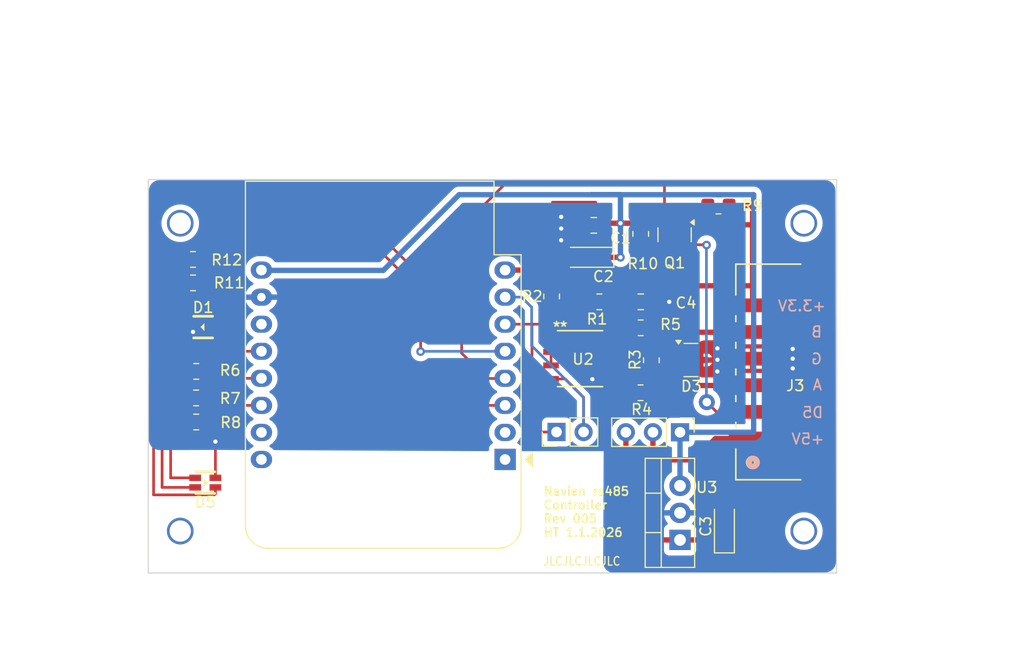
<source format=kicad_pcb>
(kicad_pcb (version 20240108) (generator "pcbnew") (generator_version "8.0")
  (layers (0 "F.Cu" signal) (31 "B.Cu" signal) (34 "B.Paste" user) (35 "F.Paste" user) (36 "B.SilkS" user "B.Silkscreen") (37 "F.SilkS" user "F.Silkscreen") (38 "B.Mask" user) (39 "F.Mask" user) (44 "Edge.Cuts" user))
  (net 0 "")
  (net 1 "+5V")
  (net 2 "GND")
  (net 3 "+3.3V")
  (net 4 "Net-(D3-A2)")
  (net 5 "Net-(D3-A1)")
  (net 6 "Net-(J1-Pin_2)")
  (net 7 "Net-(U2-*RE)")
  (net 8 "Net-(U2-B)")
  (net 9 "Net-(U2-A)")
  (net 12 "Net-(U1-SDA{slash}D2)")
  (net 13 "Net-(D1-R)")
  (net 14 "Net-(D5-R)")
  (net 15 "Net-(U1-D3)")
  (net 17 "Net-(D5-G)")
  (net 19 "/Reg Pin")
  (net 20 "Net-(Q1-D)")
  (net 21 "Net-(Q1-S)")
  (net 22 "Net-(D5-B)")
  (net 23 "Net-(U1-SCL{slash}D1)")
  (net 24 "Net-(U1-MISO{slash}D6)")
  (net 25 "Net-(U1-D0)")
  (net 27 "Net-(D1-G)")
  (net 29 "Net-(J2-Pin_1)")
  (net 30 "Net-(J2-Pin_2)")
  (footprint "Resistor_SMD:R_0805_2012Metric_Pad1.20x1.40mm_HandSolder" (layer "F.Cu") (at 119.4816 90.3224 90)
    (property "Reference" "R3" (at 0.0508 -1.529948 90) (layer "F.SilkS"))
    (property "Value" "120")
    (fp_line (start -0.227064 -0.735) (end 0.227064 -0.735) (stroke (width 0.12)) (layer "F.SilkS"))
    (fp_line (start -0.227064 0.735) (end 0.227064 0.735) (stroke (width 0.12)) (layer "F.SilkS"))
    (pad "1" smd roundrect (at -1 0 90) (size 1.2 1.4) (layers "F.Cu" "F.Paste" "F.Mask") (roundrect_rratio 0.208333) (net 4 "Net-(D3-A2)"))
    (pad "2" smd roundrect (at 1 0 90) (size 1.2 1.4) (layers "F.Cu" "F.Paste" "F.Mask") (roundrect_rratio 0.208333) (net 5 "Net-(D3-A1)"))
  )
  (footprint "Resistor_SMD:R_0805_2012Metric_Pad1.20x1.40mm_HandSolder" (layer "F.Cu") (at 118.482452 78.4552 90)
    (property "Reference" "R10" (at -2.8 0.2 0) (layer "F.SilkS"))
    (property "Value" "120")
    (fp_line (start -0.227064 -0.735) (end 0.227064 -0.735) (stroke (width 0.12)) (layer "F.SilkS"))
    (fp_line (start -0.227064 0.735) (end 0.227064 0.735) (stroke (width 0.12)) (layer "F.SilkS"))
    (pad "1" smd roundrect (at -1 0 90) (size 1.2 1.4) (layers "F.Cu" "F.Paste" "F.Mask") (roundrect_rratio 0.208333) (net 20 "Net-(Q1-D)"))
    (pad "2" smd roundrect (at 1 0 90) (size 1.2 1.4) (layers "F.Cu" "F.Paste" "F.Mask") (roundrect_rratio 0.208333) (net 1 "+5V"))
  )
  (footprint "S6B_XH_SM4_TB:CONN_S6B-XH-SM4-TB_JST" (layer "F.Cu") (at 132.533601 91.417049 90)
    (property "Reference" "J3" (at -1.292951 0.454851 0) (layer "F.SilkS"))
    (property "Value" "S6B-XH-SM4-TB")
    (fp_circle (center -8.5 -3.5) (end -8.119 -3.5) (stroke (width 0.508)) (fill none) (layer "B.SilkS"))
    (fp_line (start 10.1219 -5.1308) (end 7.23044 -5.1308) (stroke (width 0.1524)) (layer "F.SilkS"))
    (fp_line (start 5.26956 -5.1308) (end 4.73044 -5.1308) (stroke (width 0.1524)) (layer "F.SilkS"))
    (fp_line (start 2.76956 -5.1308) (end 2.23044 -5.1308) (stroke (width 0.1524)) (layer "F.SilkS"))
    (fp_line (start 0.26956 -5.1308) (end -0.26956 -5.1308) (stroke (width 0.1524)) (layer "F.SilkS"))
    (fp_line (start -2.23044 -5.1308) (end -2.76956 -5.1308) (stroke (width 0.1524)) (layer "F.SilkS"))
    (fp_line (start -4.73044 -5.1308) (end -5.26956 -5.1308) (stroke (width 0.1524)) (layer "F.SilkS"))
    (fp_line (start -7.23044 -5.1308) (end -10.1219 -5.1308) (stroke (width 0.1524)) (layer "F.SilkS"))
    (fp_line (start -10.1219 -5.1308) (end -10.1219 0.957659) (stroke (width 0.1524)) (layer "F.SilkS"))
    (fp_line (start 10.1219 0.957659) (end 10.1219 -5.1308) (stroke (width 0.1524)) (layer "F.SilkS"))
    (fp_circle (center -8.5 -3.553801) (end -8.119 -3.553801) (stroke (width 0.508)) (fill none) (layer "F.SilkS"))
    (pad "1" smd rect (at -6.25 -3.553801 90) (size 1.2954 4.4958) (layers "F.Cu" "F.Paste" "F.Mask") (net 6 "Net-(J1-Pin_2)"))
    (pad "2" smd rect (at -3.75 -3.553801 90) (size 1.2954 4.4958) (layers "F.Cu" "F.Paste" "F.Mask") (net 20 "Net-(Q1-D)"))
    (pad "3" smd rect (at -1.25 -3.553801 90) (size 1.2954 4.4958) (layers "F.Cu" "F.Paste" "F.Mask") (net 4 "Net-(D3-A2)"))
    (pad "4" smd rect (at 1.25 -3.553801 90) (size 1.2954 4.4958) (layers "F.Cu" "F.Paste" "F.Mask") (net 2 "GND"))
    (pad "5" smd rect (at 3.75 -3.553801 90) (size 1.2954 4.4958) (layers "F.Cu" "F.Paste" "F.Mask") (net 5 "Net-(D3-A1)"))
    (pad "6" smd rect (at 6.25 -3.553801 90) (size 1.2954 4.4958) (layers "F.Cu" "F.Paste" "F.Mask") (net 3 "+3.3V"))
    (pad "7" smd rect (at -9.449999 2.645199 90) (size 1.8034 2.709601) (layers "F.Cu" "F.Paste" "F.Mask"))
    (pad "8" smd rect (at 9.425849 2.645199 90) (size 1.851698 2.709601) (layers "F.Cu" "F.Paste" "F.Mask"))
  )
  (footprint "LED_SMD:LED-ARRAY-SMD_4P-L1.6-W1.5-BL-FD" (layer "F.Cu") (at 77.632452 101.8052 180)
    (property "Reference" "D5" (at 0 -1.843 180) (layer "F.SilkS"))
    (property "Value" "LED_RKGB")
    (fp_line (start -0.889 1.016) (end 0.889 1.016) (stroke (width 0.254)) (layer "F.SilkS"))
    (fp_line (start -0.889 -1.016) (end 0.889 -1.016) (stroke (width 0.254)) (layer "F.SilkS"))
    (fp_poly (pts (xy 0.127 -0.381) (xy 0.127 0.381) (xy -0.254 0)) (fill solid) (layer "F.SilkS"))
    (pad "1" smd rect (at -0.95 0.45 90) (size 0.6 1.1) (layers "F.Cu" "F.Paste" "F.Mask") (net 2 "GND"))
    (pad "2" smd rect (at 0.95 0.45 90) (size 0.6 1.1) (layers "F.Cu" "F.Paste" "F.Mask") (net 22 "Net-(D5-B)"))
    (pad "3" smd rect (at 0.95 -0.45 90) (size 0.6 1.1) (layers "F.Cu" "F.Paste" "F.Mask") (net 17 "Net-(D5-G)"))
    (pad "4" smd rect (at -0.95 -0.45 90) (size 0.6 1.1) (layers "F.Cu" "F.Paste" "F.Mask") (net 14 "Net-(D5-R)"))
  )
  (footprint "Resistor_SMD:R_0805_2012Metric_Pad1.20x1.40mm_HandSolder" (layer "F.Cu") (at 76.782452 91.366)
    (property "Reference" "R6" (at 3.1844 -0.1016 0) (layer "F.SilkS"))
    (property "Value" "3k")
    (fp_line (start -0.227064 -0.735) (end 0.227064 -0.735) (stroke (width 0.12)) (layer "F.SilkS"))
    (fp_line (start -0.227064 0.735) (end 0.227064 0.735) (stroke (width 0.12)) (layer "F.SilkS"))
    (pad "1" smd roundrect (at -1 0) (size 1.2 1.4) (layers "F.Cu" "F.Paste" "F.Mask") (roundrect_rratio 0.208333) (net 14 "Net-(D5-R)"))
    (pad "2" smd roundrect (at 1 0) (size 1.2 1.4) (layers "F.Cu" "F.Paste" "F.Mask") (roundrect_rratio 0.208333) (net 15 "Net-(U1-D3)"))
  )
  (footprint "Capacitor_SMD:C_0805_2012Metric_Pad1.18x1.45mm_HandSolder" (layer "F.Cu") (at 118.4871 84.836)
    (property "Reference" "C4" (at 4.239752 0.1016 0) (layer "F.SilkS"))
    (property "Value" "0.1 uf")
    (fp_line (start -0.261252 -0.735) (end 0.261252 -0.735) (stroke (width 0.12)) (layer "F.SilkS"))
    (fp_line (start -0.261252 0.735) (end 0.261252 0.735) (stroke (width 0.12)) (layer "F.SilkS"))
    (pad "1" smd roundrect (at -1.0375 0) (size 1.175 1.45) (layers "F.Cu" "F.Paste" "F.Mask") (roundrect_rratio 0.212766) (net 3 "+3.3V"))
    (pad "2" smd roundrect (at 1.0375 0) (size 1.175 1.45) (layers "F.Cu" "F.Paste" "F.Mask") (roundrect_rratio 0.212766) (net 2 "GND"))
  )
  (footprint "THVD1406DR:SOIC_D0008A_TEX" (layer "F.Cu") (at 112.792 90.17)
    (property "Reference" "U2" (at 0.282852 0.0508 0) (layer "F.SilkS"))
    (property "Value" "THVD1406DR")
    (fp_line (start -2.1209 2.6289) (end 2.1209 2.6289) (stroke (width 0.1524)) (layer "F.SilkS"))
    (fp_line (start 2.1209 -2.6289) (end -2.1209 -2.6289) (stroke (width 0.1524)) (layer "F.SilkS"))
    (fp_text user "*" (at -2.2004 -2.9464 0) (layer "F.SilkS"))
    (fp_text user "*" (at -1.54 -2.9464 0) (layer "F.SilkS"))
    (pad "1" smd rect (at -2.72415 -1.905) (size 1.4605 0.5588) (layers "F.Cu" "F.Paste" "F.Mask") (net 29 "Net-(J2-Pin_1)"))
    (pad "2" smd rect (at -2.72415 -0.635) (size 1.4605 0.5588) (layers "F.Cu" "F.Paste" "F.Mask") (net 7 "Net-(U2-*RE)"))
    (pad "3" smd rect (at -2.72415 0.635) (size 1.4605 0.5588) (layers "F.Cu" "F.Paste" "F.Mask") (net 7 "Net-(U2-*RE)"))
    (pad "4" smd rect (at -2.72415 1.905) (size 1.4605 0.5588) (layers "F.Cu" "F.Paste" "F.Mask") (net 30 "Net-(J2-Pin_2)"))
    (pad "5" smd rect (at 2.72415 1.905) (size 1.4605 0.5588) (layers "F.Cu" "F.Paste" "F.Mask") (net 2 "GND"))
    (pad "6" smd rect (at 2.72415 0.635) (size 1.4605 0.5588) (layers "F.Cu" "F.Paste" "F.Mask") (net 9 "Net-(U2-A)"))
    (pad "7" smd rect (at 2.72415 -0.635) (size 1.4605 0.5588) (layers "F.Cu" "F.Paste" "F.Mask") (net 8 "Net-(U2-B)"))
    (pad "8" smd rect (at 2.72415 -1.905) (size 1.4605 0.5588) (layers "F.Cu" "F.Paste" "F.Mask") (net 3 "+3.3V"))
  )
  (footprint "Resistor_SMD:R_0805_2012Metric_Pad1.20x1.40mm_HandSolder" (layer "F.Cu") (at 76.482452 83.0552)
    (property "Reference" "R11" (at 3.4 0 0) (layer "F.SilkS"))
    (property "Value" "3K")
    (fp_line (start -0.227064 -0.735) (end 0.227064 -0.735) (stroke (width 0.12)) (layer "F.SilkS"))
    (fp_line (start -0.227064 0.735) (end 0.227064 0.735) (stroke (width 0.12)) (layer "F.SilkS"))
    (pad "1" smd roundrect (at -1 0) (size 1.2 1.4) (layers "F.Cu" "F.Paste" "F.Mask") (roundrect_rratio 0.208333) (net 27 "Net-(D1-G)"))
    (pad "2" smd roundrect (at 1 0) (size 1.2 1.4) (layers "F.Cu" "F.Paste" "F.Mask") (roundrect_rratio 0.208333) (net 25 "Net-(U1-D0)"))
  )
  (footprint "Connector_PinHeader_2.54mm:PinHeader_1x03_P2.54mm_Vertical" (layer "F.Cu") (at 122.168052 97.0788 -90)
    (property "Reference" "J1" (hide yes))
    (property "Value" "Conn_01x03_MountingPin")
    (fp_line (start -1.33 6.41) (end 1.33 6.41) (stroke (width 0.12)) (layer "F.SilkS"))
    (fp_line (start -1.33 1.27) (end -1.33 6.41) (stroke (width 0.12)) (layer "F.SilkS"))
    (fp_line (start -1.33 1.27) (end 1.33 1.27) (stroke (width 0.12)) (layer "F.SilkS"))
    (fp_line (start 1.33 1.27) (end 1.33 6.41) (stroke (width 0.12)) (layer "F.SilkS"))
    (fp_line (start -1.33 0) (end -1.33 -1.33) (stroke (width 0.12)) (layer "F.SilkS"))
    (fp_line (start -1.33 -1.33) (end 0 -1.33) (stroke (width 0.12)) (layer "F.SilkS"))
    (pad "1" thru_hole rect (at 0 0 270) (size 1.7 1.7) (drill 1) (layers "*.Cu" "*.Mask") (net 1 "+5V"))
    (pad "2" thru_hole oval (at 0 2.54 270) (size 1.7 1.7) (drill 1) (layers "*.Cu" "*.Mask") (net 6 "Net-(J1-Pin_2)"))
    (pad "3" thru_hole oval (at 0 5.08 270) (size 1.7 1.7) (drill 1) (layers "*.Cu" "*.Mask") (net 19 "/Reg Pin"))
  )
  (footprint "Module:WEMOS_D1_mini_light" (layer "F.Cu") (at 105.759652 99.6352 180)
    (property "Reference" "U1" (hide yes))
    (property "Value" "WeMos_D1_mini")
    (fp_line (start 24.36 26.12) (end 24.36 -6.21) (stroke (width 0.12)) (layer "F.SilkS"))
    (fp_line (start 22.24 -8.34) (end 0.63 -8.34) (stroke (width 0.12)) (layer "F.SilkS"))
    (fp_line (start 1.04 26.12) (end 24.36 26.12) (stroke (width 0.12)) (layer "F.SilkS"))
    (fp_line (start 1.04 19.22) (end 1.04 26.12) (stroke (width 0.12)) (layer "F.SilkS"))
    (fp_line (start -1.5 19.22) (end 1.04 19.22) (stroke (width 0.12)) (layer "F.SilkS"))
    (fp_line (start -1.5 19.22) (end -1.5 -6.21) (stroke (width 0.12)) (layer "F.SilkS"))
    (fp_arc (start 22.23 -8.34) (mid 23.736137 -7.716137) (end 24.36 -6.21) (stroke (width 0.12)) (layer "F.SilkS"))
    (fp_arc (start -1.5 -6.21) (mid -0.876137 -7.716137) (end 0.63 -8.34) (stroke (width 0.12)) (layer "F.SilkS"))
    (fp_poly (pts (xy -2.54 -0.635) (xy -2.54 0.635) (xy -1.905 0)) (stroke (width 0.15)) (fill solid) (layer "F.SilkS"))
    (pad "1" thru_hole rect (at 0 0 180) (size 2 2) (drill 1) (layers "*.Cu" "*.Mask"))
    (pad "2" thru_hole oval (at 0 2.54 180) (size 2 1.6) (drill 1) (layers "*.Cu" "*.Mask"))
    (pad "3" thru_hole oval (at 0 5.08 180) (size 2 1.6) (drill 1) (layers "*.Cu" "*.Mask") (net 25 "Net-(U1-D0)"))
    (pad "4" thru_hole oval (at 0 7.62 180) (size 2 1.6) (drill 1) (layers "*.Cu" "*.Mask") (net 21 "Net-(Q1-S)"))
    (pad "5" thru_hole oval (at 0 10.16 180) (size 2 1.6) (drill 1) (layers "*.Cu" "*.Mask") (net 24 "Net-(U1-MISO{slash}D6)"))
    (pad "6" thru_hole oval (at 0 12.7 180) (size 2 1.6) (drill 1) (layers "*.Cu" "*.Mask") (net 29 "Net-(J2-Pin_1)"))
    (pad "7" thru_hole oval (at 0 15.24 180) (size 2 1.6) (drill 1) (layers "*.Cu" "*.Mask") (net 30 "Net-(J2-Pin_2)"))
    (pad "8" thru_hole oval (at 0 17.78 180) (size 2 1.6) (drill 1) (layers "*.Cu" "*.Mask") (net 3 "+3.3V"))
    (pad "9" thru_hole oval (at 22.86 17.78 180) (size 2 1.6) (drill 1) (layers "*.Cu" "*.Mask") (net 1 "+5V"))
    (pad "10" thru_hole oval (at 22.86 15.24 180) (size 2 1.6) (drill 0.8) (layers "*.Cu" "*.Mask") (net 2 "GND") (clearance 0.2))
    (pad "11" thru_hole oval (at 22.86 12.7 180) (size 2 1.6) (drill 1) (layers "*.Cu" "*.Mask"))
    (pad "12" thru_hole oval (at 22.86 10.16 180) (size 2 1.6) (drill 1) (layers "*.Cu" "*.Mask") (net 15 "Net-(U1-D3)"))
    (pad "13" thru_hole oval (at 22.86 7.62 180) (size 2 1.6) (drill 1) (layers "*.Cu" "*.Mask") (net 12 "Net-(U1-SDA{slash}D2)"))
    (pad "14" thru_hole oval (at 22.86 5.08 180) (size 2 1.6) (drill 1) (layers "*.Cu" "*.Mask") (net 23 "Net-(U1-SCL{slash}D1)"))
    (pad "15" thru_hole oval (at 22.86 2.54 180) (size 2 1.6) (drill 1) (layers "*.Cu" "*.Mask"))
    (pad "16" thru_hole oval (at 22.86 0 180) (size 2 1.6) (drill 1) (layers "*.Cu" "*.Mask"))
  )
  (footprint "Capacitor_Tantalum_SMD:CP_EIA-3216-18_Kemet-A_Pad1.58x1.35mm_HandSolder" (layer "F.Cu") (at 126.333652 105.918 90)
    (property "Reference" "C3" (at 0 -1.75 90) (layer "F.SilkS"))
    (property "Value" "47uf")
    (fp_line (start 1.6 -0.935) (end -2.485 -0.935) (stroke (width 0.12)) (layer "F.SilkS"))
    (fp_line (start -2.485 -0.935) (end -2.485 0.935) (stroke (width 0.12)) (layer "F.SilkS"))
    (fp_line (start -2.485 0.935) (end 1.6 0.935) (stroke (width 0.12)) (layer "F.SilkS"))
    (pad "1" smd roundrect (at -1.4375 0 90) (size 1.575 1.35) (layers "F.Cu" "F.Paste" "F.Mask") (roundrect_rratio 0.185185) (net 19 "/Reg Pin"))
    (pad "2" smd roundrect (at 1.4375 0 90) (size 1.575 1.35) (layers "F.Cu" "F.Paste" "F.Mask") (roundrect_rratio 0.185185) (net 2 "GND"))
  )
  (footprint "MountingHole:MountingHole_2.2mm_M2" (layer "F.Cu") (at 133.782452 106.3552)
    (property "Reference" "REF3" (hide yes))
    (property "Value" "MountingHole_2.2mm_M2" (hide yes))
    (pad "3" thru_hole circle (at 0 0) (size 2.5 2.5) (drill 2) (layers "*.Cu" "*.Mask"))
  )
  (footprint "LED_SMD:LED-ARRAY-SMD_4P-L1.6-W1.5-BL-FD" (layer "F.Cu") (at 77.432452 87.2052)
    (property "Reference" "D1" (at 0 -1.843 0) (layer "F.SilkS"))
    (property "Value" "LED_RKGB")
    (fp_line (start -0.889 -1.016) (end 0.889 -1.016) (stroke (width 0.254)) (layer "F.SilkS"))
    (fp_line (start -0.889 1.016) (end 0.889 1.016) (stroke (width 0.254)) (layer "F.SilkS"))
    (fp_poly (pts (xy 0.127 -0.381) (xy 0.127 0.381) (xy -0.254 0)) (fill solid) (layer "F.SilkS"))
    (pad "1" smd rect (at -0.95 0.45 270) (size 0.6 1.1) (layers "F.Cu" "F.Paste" "F.Mask") (net 2 "GND"))
    (pad "2" smd rect (at 0.95 0.45 270) (size 0.6 1.1) (layers "F.Cu" "F.Paste" "F.Mask"))
    (pad "3" smd rect (at 0.95 -0.45 270) (size 0.6 1.1) (layers "F.Cu" "F.Paste" "F.Mask") (net 27 "Net-(D1-G)"))
    (pad "4" smd rect (at -0.95 -0.45 270) (size 0.6 1.1) (layers "F.Cu" "F.Paste" "F.Mask") (net 13 "Net-(D1-R)"))
  )
  (footprint "Resistor_SMD:R_0805_2012Metric_Pad1.20x1.40mm_HandSolder" (layer "F.Cu") (at 76.766452 93.8552)
    (property "Reference" "R7" (at 3.2004 0.0508 0) (layer "F.SilkS"))
    (property "Value" "3k")
    (fp_line (start -0.227064 -0.735) (end 0.227064 -0.735) (stroke (width 0.12)) (layer "F.SilkS"))
    (fp_line (start -0.227064 0.735) (end 0.227064 0.735) (stroke (width 0.12)) (layer "F.SilkS"))
    (pad "1" smd roundrect (at -1 0) (size 1.2 1.4) (layers "F.Cu" "F.Paste" "F.Mask") (roundrect_rratio 0.208333) (net 17 "Net-(D5-G)"))
    (pad "2" smd roundrect (at 1 0) (size 1.2 1.4) (layers "F.Cu" "F.Paste" "F.Mask") (roundrect_rratio 0.208333) (net 12 "Net-(U1-SDA{slash}D2)"))
  )
  (footprint "Resistor_SMD:R_0805_2012Metric_Pad1.20x1.40mm_HandSolder" (layer "F.Cu") (at 76.782452 96.116)
    (property "Reference" "R8" (at 3.2352 0.0508 0) (layer "F.SilkS"))
    (property "Value" "2k")
    (fp_line (start -0.227064 -0.735) (end 0.227064 -0.735) (stroke (width 0.12)) (layer "F.SilkS"))
    (fp_line (start -0.227064 0.735) (end 0.227064 0.735) (stroke (width 0.12)) (layer "F.SilkS"))
    (pad "1" smd roundrect (at -1 0) (size 1.2 1.4) (layers "F.Cu" "F.Paste" "F.Mask") (roundrect_rratio 0.208333) (net 22 "Net-(D5-B)"))
    (pad "2" smd roundrect (at 1 0) (size 1.2 1.4) (layers "F.Cu" "F.Paste" "F.Mask") (roundrect_rratio 0.208333) (net 23 "Net-(U1-SCL{slash}D1)"))
  )
  (footprint "MountingHole:MountingHole_2.2mm_M2" (layer "F.Cu") (at 75.2856 77.4552)
    (property "Reference" "REF1" (hide yes))
    (property "Value" "MountingHole_2.2mm_M2")
    (pad "1" thru_hole circle (at 0 0) (size 2.5 2.5) (drill 2) (layers "*.Cu" "*.Mask"))
  )
  (footprint "Capacitor_Tantalum_SMD:CP_EIA-3216-18_Kemet-A_Pad1.58x1.35mm_HandSolder" (layer "F.Cu") (at 113.482452 80.6552 180)
    (property "Reference" "C2" (at -1.5 -1.8 0) (layer "F.SilkS"))
    (property "Value" "47uf")
    (fp_line (start 1.6 -0.935) (end -2.485 -0.935) (stroke (width 0.12)) (layer "F.SilkS"))
    (fp_line (start -2.485 0.935) (end 1.6 0.935) (stroke (width 0.12)) (layer "F.SilkS"))
    (fp_line (start -2.485 -0.935) (end -2.485 0.935) (stroke (width 0.12)) (layer "F.SilkS"))
    (pad "1" smd roundrect (at -1.4375 0 180) (size 1.575 1.35) (layers "F.Cu" "F.Paste" "F.Mask") (roundrect_rratio 0.185185) (net 1 "+5V"))
    (pad "2" smd roundrect (at 1.4375 0 180) (size 1.575 1.35) (layers "F.Cu" "F.Paste" "F.Mask") (roundrect_rratio 0.185185) (net 2 "GND"))
  )
  (footprint "Capacitor_SMD:C_0805_2012Metric_Pad1.18x1.45mm_HandSolder" (layer "F.Cu") (at 114.082452 77.6552 180)
    (property "Reference" "C1" (at -2.5 -1.2 0) (layer "F.SilkS"))
    (property "Value" "0.1 uf")
    (fp_line (start -0.261252 0.735) (end 0.261252 0.735) (stroke (width 0.12)) (layer "F.SilkS"))
    (fp_line (start -0.261252 -0.735) (end 0.261252 -0.735) (stroke (width 0.12)) (layer "F.SilkS"))
    (pad "1" smd roundrect (at -1.0375 0 180) (size 1.175 1.45) (layers "F.Cu" "F.Paste" "F.Mask") (roundrect_rratio 0.212766) (net 1 "+5V"))
    (pad "2" smd roundrect (at 1.0375 0 180) (size 1.175 1.45) (layers "F.Cu" "F.Paste" "F.Mask") (roundrect_rratio 0.212766) (net 2 "GND"))
  )
  (footprint "Connector_PinHeader_2.54mm:PinHeader_1x02_P2.54mm_Vertical" (layer "F.Cu") (at 110.582452 97.0552 90)
    (property "Reference" "J2" (hide yes))
    (property "Value" "Conn_01x02")
    (fp_line (start -1.33 -1.33) (end 0 -1.33) (stroke (width 0.12)) (layer "F.SilkS"))
    (fp_line (start -1.33 0) (end -1.33 -1.33) (stroke (width 0.12)) (layer "F.SilkS"))
    (fp_line (start 1.33 1.27) (end 1.33 3.87) (stroke (width 0.12)) (layer "F.SilkS"))
    (fp_line (start -1.33 1.27) (end 1.33 1.27) (stroke (width 0.12)) (layer "F.SilkS"))
    (fp_line (start -1.33 1.27) (end -1.33 3.87) (stroke (width 0.12)) (layer "F.SilkS"))
    (fp_line (start -1.33 3.87) (end 1.33 3.87) (stroke (width 0.12)) (layer "F.SilkS"))
    (pad "1" thru_hole rect (at 0 0 90) (size 1.7 1.7) (drill 1) (layers "*.Cu" "*.Mask") (net 29 "Net-(J2-Pin_1)"))
    (pad "2" thru_hole oval (at 0 2.54 90) (size 1.7 1.7) (drill 1) (layers "*.Cu" "*.Mask") (net 30 "Net-(J2-Pin_2)"))
  )
  (footprint "Resistor_SMD:R_0805_2012Metric_Pad1.20x1.40mm_HandSolder" (layer "F.Cu") (at 118.4816 87.2744 180)
    (property "Reference" "R5" (at -2.800852 0.3192 0) (layer "F.SilkS"))
    (property "Value" "10")
    (fp_line (start -0.227064 0.735) (end 0.227064 0.735) (stroke (width 0.12)) (layer "F.SilkS"))
    (fp_line (start -0.227064 -0.735) (end 0.227064 -0.735) (stroke (width 0.12)) (layer "F.SilkS"))
    (pad "1" smd roundrect (at -1 0 180) (size 1.2 1.4) (layers "F.Cu" "F.Paste" "F.Mask") (roundrect_rratio 0.208333) (net 5 "Net-(D3-A1)"))
    (pad "2" smd roundrect (at 1 0 180) (size 1.2 1.4) (layers "F.Cu" "F.Paste" "F.Mask") (roundrect_rratio 0.208333) (net 8 "Net-(U2-B)"))
  )
  (footprint "MountingHole:MountingHole_2.2mm_M2" (layer "F.Cu") (at 75.2856 106.3552)
    (property "Reference" "REF4" (hide yes))
    (property "Value" "MountingHole_2.2mm_M2")
    (pad "2" thru_hole circle (at 0 0) (size 2.5 2.5) (drill 2) (layers "*.Cu" "*.Mask"))
  )
  (footprint "Resistor_SMD:R_0805_2012Metric_Pad1.20x1.40mm_HandSolder" (layer "F.Cu") (at 114.598852 84.836 180)
    (property "Reference" "R1" (at 0.2164 -1.6192 0) (layer "F.SilkS"))
    (property "Value" "10k")
    (fp_line (start -0.227064 0.735) (end 0.227064 0.735) (stroke (width 0.12)) (layer "F.SilkS"))
    (fp_line (start -0.227064 -0.735) (end 0.227064 -0.735) (stroke (width 0.12)) (layer "F.SilkS"))
    (pad "1" smd roundrect (at -1 0 180) (size 1.2 1.4) (layers "F.Cu" "F.Paste" "F.Mask") (roundrect_rratio 0.208333) (net 3 "+3.3V"))
    (pad "2" smd roundrect (at 1 0 180) (size 1.2 1.4) (layers "F.Cu" "F.Paste" "F.Mask") (roundrect_rratio 0.208333) (net 7 "Net-(U2-*RE)"))
  )
  (footprint "Resistor_SMD:R_0805_2012Metric_Pad1.20x1.40mm_HandSolder" (layer "F.Cu") (at 118.4656 93.3704 180)
    (property "Reference" "R4" (at -0.095652 -1.5748 0) (layer "F.SilkS"))
    (property "Value" "10")
    (fp_line (start -0.227064 0.735) (end 0.227064 0.735) (stroke (width 0.12)) (layer "F.SilkS"))
    (fp_line (start -0.227064 -0.735) (end 0.227064 -0.735) (stroke (width 0.12)) (layer "F.SilkS"))
    (pad "1" smd roundrect (at -1 0 180) (size 1.2 1.4) (layers "F.Cu" "F.Paste" "F.Mask") (roundrect_rratio 0.208333) (net 4 "Net-(D3-A2)"))
    (pad "2" smd roundrect (at 1 0 180) (size 1.2 1.4) (layers "F.Cu" "F.Paste" "F.Mask") (roundrect_rratio 0.208333) (net 9 "Net-(U2-A)"))
  )
  (footprint "Package_TO_SOT_THT:TO-220-3_Vertical" (layer "F.Cu") (at 122.168052 107.188 90)
    (property "Reference" "U3" (at 4.9328 2.5144 0) (layer "F.SilkS"))
    (property "Value" "LM7805_TO220")
    (fp_line (start 7.66 -3.27) (end 7.66 1.371) (stroke (width 0.12)) (layer "F.SilkS"))
    (fp_line (start 4.391 -3.27) (end 4.391 -1.76) (stroke (width 0.12)) (layer "F.SilkS"))
    (fp_line (start 0.69 -3.27) (end 0.69 -1.76) (stroke (width 0.12)) (layer "F.SilkS"))
    (fp_line (start -2.58 -3.27) (end 7.66 -3.27) (stroke (width 0.12)) (layer "F.SilkS"))
    (fp_line (start -2.58 -3.27) (end -2.58 1.371) (stroke (width 0.12)) (layer "F.SilkS"))
    (fp_line (start -2.58 -1.76) (end 7.66 -1.76) (stroke (width 0.12)) (layer "F.SilkS"))
    (fp_line (start -2.58 1.371) (end 7.66 1.371) (stroke (width 0.12)) (layer "F.SilkS"))
    (pad "1" thru_hole rect (at 0 0 90) (size 1.905 2) (drill 1.1) (layers "*.Cu" "*.Mask") (net 19 "/Reg Pin"))
    (pad "2" thru_hole oval (at 2.54 0 90) (size 1.905 2) (drill 1.1) (layers "*.Cu" "*.Mask") (net 2 "GND"))
    (pad "3" thru_hole oval (at 5.08 0 90) (size 1.905 2) (drill 1.1) (layers "*.Cu" "*.Mask") (net 1 "+5V"))
  )
  (footprint "Package_TO_SOT_SMD:SOT-23" (layer "F.Cu") (at 123.19 90.297)
    (property "Reference" "D3" (at 0.044852 2.4638 0) (layer "F.SilkS"))
    (property "Value" "PSM712-LF-T7")
    (fp_line (start 0 -1.56) (end -0.65 -1.56) (stroke (width 0.12)) (layer "F.SilkS"))
    (fp_line (start 0 -1.56) (end 0.65 -1.56) (stroke (width 0.12)) (layer "F.SilkS"))
    (fp_line (start 0 1.56) (end -0.65 1.56) (stroke (width 0.12)) (layer "F.SilkS"))
    (fp_line (start 0 1.56) (end 0.65 1.56) (stroke (width 0.12)) (layer "F.SilkS"))
    (fp_poly (pts (xy -1.1625 -1.51) (xy -1.4025 -1.84) (xy -0.9225 -1.84) (xy -1.1625 -1.51)) (stroke (width 0.12)) (fill solid) (layer "F.SilkS"))
    (pad "1" smd roundrect (at -0.9375 -0.95) (size 1.475 0.6) (layers "F.Cu" "F.Paste" "F.Mask") (net 5 "Net-(D3-A1)"))
    (pad "2" smd roundrect (at -0.9375 0.95) (size 1.475 0.6) (layers "F.Cu" "F.Paste" "F.Mask") (net 4 "Net-(D3-A2)"))
    (pad "3" smd roundrect (at 0.9375 0) (size 1.475 0.6) (layers "F.Cu" "F.Paste" "F.Mask") (net 2 "GND"))
  )
  (footprint "Resistor_SMD:R_0805_2012Metric_Pad1.20x1.40mm_HandSolder" (layer "F.Cu") (at 125.774852 75.8444)
    (property "Reference" "R9" (at 3.1844 -0.0508 0) (layer "F.SilkS"))
    (property "Value" "10k")
    (fp_line (start -0.227064 -0.735) (end 0.227064 -0.735) (stroke (width 0.12)) (layer "F.SilkS"))
    (fp_line (start -0.227064 0.735) (end 0.227064 0.735) (stroke (width 0.12)) (layer "F.SilkS"))
    (pad "1" smd roundrect (at -1 0) (size 1.2 1.4) (layers "F.Cu" "F.Paste" "F.Mask") (roundrect_rratio 0.208333) (net 21 "Net-(Q1-S)"))
    (pad "2" smd roundrect (at 1 0) (size 1.2 1.4) (layers "F.Cu" "F.Paste" "F.Mask") (roundrect_rratio 0.208333) (net 3 "+3.3V"))
  )
  (footprint "MountingHole:MountingHole_2.2mm_M2" (layer "F.Cu") (at 133.782452 77.4552)
    (property "Reference" "REF2" (hide yes))
    (property "Value" "MountingHole_2.2mm_M2")
    (pad "4" thru_hole circle (at 0 0) (size 2.5 2.5) (drill 2) (layers "*.Cu" "*.Mask"))
  )
  (footprint "Package_TO_SOT_SMD:SOT-23" (layer "F.Cu") (at 121.660052 78.5368 -90)
    (property "Reference" "Q1" (at 2.6416 0 0) (layer "F.SilkS"))
    (property "Value" "2n7002")
    (fp_line (start 0 1.56) (end -0.65 1.56) (stroke (width 0.12)) (layer "F.SilkS"))
    (fp_line (start 0 1.56) (end 0.65 1.56) (stroke (width 0.12)) (layer "F.SilkS"))
    (fp_line (start 0 -1.56) (end -0.65 -1.56) (stroke (width 0.12)) (layer "F.SilkS"))
    (fp_line (start 0 -1.56) (end 0.65 -1.56) (stroke (width 0.12)) (layer "F.SilkS"))
    (fp_poly (pts (xy -1.1625 -1.51) (xy -1.4025 -1.84) (xy -0.9225 -1.84) (xy -1.1625 -1.51)) (stroke (width 0.12)) (fill solid) (layer "F.SilkS"))
    (pad "1" smd roundrect (at -0.9375 -0.95 270) (size 1.475 0.6) (layers "F.Cu" "F.Paste" "F.Mask") (net 3 "+3.3V"))
    (pad "2" smd roundrect (at -0.9375 0.95 270) (size 1.475 0.6) (layers "F.Cu" "F.Paste" "F.Mask") (net 21 "Net-(Q1-S)"))
    (pad "3" smd roundrect (at 0.9375 0 270) (size 1.475 0.6) (layers "F.Cu" "F.Paste" "F.Mask") (net 20 "Net-(Q1-D)"))
  )
  (footprint "Resistor_SMD:R_0805_2012Metric_Pad1.20x1.40mm_HandSolder" (layer "F.Cu") (at 76.482452 80.8552)
    (property "Reference" "R12" (at 3.1684 0.0508 0) (layer "F.SilkS"))
    (property "Value" "3K")
    (fp_line (start -0.227064 -0.735) (end 0.227064 -0.735) (stroke (width 0.12)) (layer "F.SilkS"))
    (fp_line (start -0.227064 0.735) (end 0.227064 0.735) (stroke (width 0.12)) (layer "F.SilkS"))
    (pad "1" smd roundrect (at -1 0) (size 1.2 1.4) (layers "F.Cu" "F.Paste" "F.Mask") (roundrect_rratio 0.208333) (net 13 "Net-(D1-R)"))
    (pad "2" smd roundrect (at 1 0) (size 1.2 1.4) (layers "F.Cu" "F.Paste" "F.Mask") (roundrect_rratio 0.208333) (net 24 "Net-(U1-MISO{slash}D6)"))
  )
  (footprint "Resistor_SMD:R_0805_2012Metric_Pad1.20x1.40mm_HandSolder" (layer "F.Cu") (at 110.125 84.328 -90)
    (property "Reference" "R2" (at 0 1.825348 0) (layer "F.SilkS"))
    (property "Value" "10k")
    (fp_line (start -0.227064 0.735) (end 0.227064 0.735) (stroke (width 0.12)) (layer "F.SilkS"))
    (fp_line (start -0.227064 -0.735) (end 0.227064 -0.735) (stroke (width 0.12)) (layer "F.SilkS"))
    (pad "1" smd roundrect (at -1 0 270) (size 1.2 1.4) (layers "F.Cu" "F.Paste" "F.Mask") (roundrect_rratio 0.208333) (net 3 "+3.3V"))
    (pad "2" smd roundrect (at 1 0 270) (size 1.2 1.4) (layers "F.Cu" "F.Paste" "F.Mask") (roundrect_rratio 0.208333) (net 29 "Net-(J2-Pin_1)"))
  )
  (gr_rect (start 72.282452 73.3552) (end 136.861147 110.2868) (stroke (width 0.1)) (fill none) (layer "Edge.Cuts"))
  (gr_text "+5V" (at 135.782452 98.298 0) (layer "B.SilkS") (effects (font (size 1 1)) (justify left bottom mirror)))
  (gr_text "+3.3V" (at 135.934852 85.8012 0) (layer "B.SilkS") (effects (font (size 1 1)) (justify left bottom mirror)))
  (gr_text "A" (at 135.579252 93.218 0) (layer "B.SilkS") (effects (font (size 1 1)) (justify left bottom mirror)))
  (gr_text "D5" (at 135.680852 95.8088 0) (layer "B.SilkS") (effects (font (size 1 1)) (justify left bottom mirror)))
  (gr_text "G" (at 135.579252 90.7796 0) (layer "B.SilkS") (effects (font (size 1 1)) (justify left bottom mirror)))
  (gr_text "B" (at 135.579252 88.2396 0) (layer "B.SilkS") (effects (font (size 1 1)) (justify left bottom mirror)))
  (gr_text "JLCJLCJLCJLC" (at 109.282452 109.6552 0) (layer "F.SilkS") (effects (font (size 0.8 0.7) (thickness 0.12) (bold yes)) (justify left bottom)))
  (gr_text "Navien rs485 \nController\nRev 005\nHT 1.1.2026" (at 109.282452 106.9552 0) (layer "F.SilkS") (effects (font (size 0.8 0.8)) (justify left bottom)))
  (segment (start 118.482452 77.4552) (end 114.982452 77.4552) (width 0.5) (layer "F.Cu") (net 1))
  (segment (start 116.582452 80.6552) (end 114.919952 80.6552) (width 0.5) (layer "F.Cu") (net 1))
  (segment (start 114.982452 77.4552) (end 114.982452 80.2552) (width 0.5) (layer "F.Cu") (net 1))
  (via (at 116.582452 80.6552) (size 0.8) (drill 0.4) (layers "F.Cu" "B.Cu") (net 1))
  (via (at 116.582452 77.4552) (size 0.8) (drill 0.4) (layers "F.Cu" "B.Cu") (net 1))
  (segment (start 116.582452 74.7776) (end 113.887652 74.7776) (width 0.5) (layer "B.Cu") (net 1))
  (segment (start 122.168052 97.0788) (end 129.076852 97.0788) (width 0.5) (layer "B.Cu") (net 1))
  (segment (start 116.582452 80.6552) (end 116.582452 74.7776) (width 0.5) (layer "B.Cu") (net 1))
  (segment (start 82.924652 81.8802) (end 94.339052 81.8802) (width 0.5) (layer "B.Cu") (net 1))
  (segment (start 122.168052 102.108) (end 122.168052 97.0788) (width 0.5) (layer "B.Cu") (net 1))
  (segment (start 129.076852 97.0788) (end 129.076852 74.7776) (width 0.5) (layer "B.Cu") (net 1))
  (segment (start 82.899652 81.8552) (end 82.924652 81.8802) (width 0.5) (layer "B.Cu") (net 1))
  (segment (start 129.076852 74.7776) (end 113.887652 74.7776) (width 0.5) (layer "B.Cu") (net 1))
  (segment (start 101.441652 74.7776) (end 113.887652 74.7776) (width 0.5) (layer "B.Cu") (net 1))
  (segment (start 94.339052 81.8802) (end 101.441652 74.7776) (width 0.5) (layer "B.Cu") (net 1))
  (segment (start 78.582452 97.9552) (end 78.582452 101.3552) (width 0.25) (layer "F.Cu") (net 2))
  (segment (start 113.9444 92.1004) (end 113.9698 92.075) (width 0.5) (layer "F.Cu") (net 2))
  (segment (start 124.301652 104.648) (end 124.555652 104.902) (width 0.5) (layer "F.Cu") (net 2))
  (segment (start 122.168052 104.648) (end 124.301652 104.648) (width 0.5) (layer "F.Cu") (net 2))
  (segment (start 124.555652 104.902) (end 126.181252 104.902) (width 0.5) (layer "F.Cu") (net 2))
  (segment (start 113.9698 92.075) (end 115.51615 92.075) (width 0.5) (layer "F.Cu") (net 2))
  (segment (start 121.158 84.836) (end 119.5246 84.836) (width 0.5) (layer "F.Cu") (net 2))
  (via blind (at 76.482452 87.6552) (size 0.8) (drill 0.4) (layers "F.Cu" "B.Cu") (net 2))
  (via blind (at 132.7404 89.2556) (size 0.8) (drill 0.4) (layers "F.Cu" "B.Cu") (net 2))
  (via blind (at 113.9444 92.1004) (size 0.8) (drill 0.4) (layers "F.Cu" "B.Cu") (net 2))
  (via blind (at 132.7404 90.17) (size 0.8) (drill 0.4) (layers "F.Cu" "B.Cu") (net 2))
  (via blind (at 125.6792 90.2716) (size 0.8) (drill 0.4) (layers "F.Cu" "B.Cu") (net 2))
  (via blind (at 125.670614 91.371569) (size 0.8) (drill 0.4) (layers "F.Cu" "B.Cu") (net 2))
  (via blind (at 121.158 84.836) (size 0.8) (drill 0.4) (layers "F.Cu" "B.Cu") (net 2))
  (via blind (at 111.019952 76.8552) (size 0.8) (drill 0.4) (layers "F.Cu" "B.Cu") (net 2))
  (via blind (at 111.019952 77.9552) (size 0.8) (drill 0.4) (layers "F.Cu" "B.Cu") (net 2))
  (via blind (at 125.673252 89.2048) (size 0.8) (drill 0.4) (layers "F.Cu" "B.Cu") (net 2))
  (via blind (at 111.019952 79.0552) (size 0.8) (drill 0.4) (layers "F.Cu" "B.Cu") (net 2))
  (via blind (at 78.582452 97.9552) (size 0.8) (drill 0.4) (layers "F.Cu" "B.Cu") (net 2))
  (via blind (at 132.7404 91.0844) (size 0.8) (drill 0.4) (layers "F.Cu" "B.Cu") (net 2))
  (segment (start 115.582452 83.328) (end 128.9638 83.328) (width 0.5) (layer "F.Cu") (net 3))
  (segment (start 128.975252 77.6224) (end 128.975252 83.307452) (width 0.5) (layer "F.Cu") (net 3))
  (segment (start 128.952152 77.5993) (end 128.975252 77.6224) (width 0.5) (layer "F.Cu") (net 3))
  (segment (start 128.975252 83.307452) (end 128.9798 83.312) (width 0.5) (layer "F.Cu") (net 3))
  (segment (start 115.586 88.19515) (end 115.51615 88.265) (width 0.5) (layer "F.Cu") (net 3))
  (segment (start 109.082452 81.8552) (end 110.125 82.897748) (width 0.5) (layer "F.Cu") (net 3))
  (segment (start 110.125 82.897748) (end 110.125 83.328) (width 0.5) (layer "F.Cu") (net 3))
  (segment (start 115.586 84.836) (end 115.586 88.19515) (width 0.5) (layer "F.Cu") (net 3))
  (segment (start 115.598852 84.836) (end 115.598852 83.3444) (width 0.5) (layer "F.Cu") (net 3))
  (segment (start 117.4496 84.836) (end 115.586 84.836) (width 0.5) (layer "F.Cu") (net 3))
  (segment (start 128.9638 83.328) (end 128.9798 83.312) (width 0.5) (layer "F.Cu") (net 3))
  (segment (start 127.232052 75.7936) (end 126.774852 76.2508) (width 0.5) (layer "F.Cu") (net 3))
  (segment (start 128.9798 85.167049) (end 128.9798 83.312) (width 0.5) (layer "F.Cu") (net 3))
  (segment (start 105.759652 81.8552) (end 109.082452 81.8552) (width 0.5) (layer "F.Cu") (net 3))
  (segment (start 110.125 83.328) (end 115.582452 83.328) (width 0.5) (layer "F.Cu") (net 3))
  (segment (start 115.598852 83.3444) (end 115.582452 83.328) (width 0.5) (layer "F.Cu") (net 3))
  (segment (start 128.975252 77.6224) (end 128.975252 75.7936) (width 0.5) (layer "F.Cu") (net 3))
  (segment (start 122.610052 77.5993) (end 128.952152 77.5993) (width 0.5) (layer "F.Cu") (net 3))
  (segment (start 128.975252 75.7936) (end 127.232052 75.7936) (width 0.5) (layer "F.Cu") (net 3))
  (segment (start 119.4816 91.3224) (end 119.4816 93.3544) (width 0.25) (layer "F.Cu") (net 4))
  (segment (start 122.2525 92.6469) (end 122.2956 92.69) (width 0.25) (layer "F.Cu") (net 4))
  (segment (start 122.2525 91.247) (end 122.2525 92.6469) (width 0.5) (layer "F.Cu") (net 4))
  (segment (start 122.2956 92.69) (end 128.399199 92.69) (width 0.5) (layer "F.Cu") (net 4))
  (segment (start 119.557 91.247) (end 122.2525 91.247) (width 0.5) (layer "F.Cu") (net 4))
  (segment (start 122.2248 89.347) (end 119.5062 89.347) (width 0.5) (layer "F.Cu") (net 5))
  (segment (start 122.2664 87.69) (end 122.2248 87.7316) (width 0.25) (layer "F.Cu") (net 5))
  (segment (start 122.2248 87.7316) (end 122.2248 89.347) (width 0.5) (layer "F.Cu") (net 5))
  (segment (start 119.4816 87.2744) (end 119.4816 89.3224) (width 0.25) (layer "F.Cu") (net 5))
  (segment (start 128.956849 87.69) (end 122.2664 87.69) (width 0.5) (layer "F.Cu") (net 5))
  (segment (start 119.628052 98.5012) (end 120.796452 99.6696) (width 0.5) (layer "F.Cu") (net 6))
  (segment (start 123.488852 99.6696) (end 125.491403 97.667049) (width 0.5) (layer "F.Cu") (net 6))
  (segment (start 120.796452 99.6696) (end 123.488852 99.6696) (width 0.5) (layer "F.Cu") (net 6))
  (segment (start 119.628052 97.0788) (end 119.628052 98.5012) (width 0.5) (layer "F.Cu") (net 6))
  (segment (start 125.491403 97.667049) (end 128.9798 97.667049) (width 0.5) (layer "F.Cu") (net 6))
  (segment (start 112.211252 84.836) (end 113.716452 84.836) (width 0.25) (layer "F.Cu") (net 7))
  (segment (start 110.06785 89.535) (end 110.06785 90.805) (width 0.25) (layer "F.Cu") (net 7))
  (segment (start 111.379 89.535) (end 112.211252 88.702748) (width 0.25) (layer "F.Cu") (net 7))
  (segment (start 112.211252 88.702748) (end 112.211252 84.836) (width 0.25) (layer "F.Cu") (net 7))
  (segment (start 110.06785 89.535) (end 111.379 89.535) (width 0.25) (layer "F.Cu") (net 7))
  (segment (start 115.51615 89.535) (end 116.5058 89.535) (width 0.25) (layer "F.Cu") (net 8))
  (segment (start 117.4816 88.5592) (end 117.4816 87.2744) (width 0.25) (layer "F.Cu") (net 8))
  (segment (start 116.5058 89.535) (end 117.4816 88.5592) (width 0.25) (layer "F.Cu") (net 8))
  (segment (start 117.4656 91.7648) (end 117.4656 93.3704) (width 0.25) (layer "F.Cu") (net 9))
  (segment (start 116.5058 90.805) (end 117.4656 91.7648) (width 0.25) (layer "F.Cu") (net 9))
  (segment (start 115.51615 90.805) (end 116.5058 90.805) (width 0.25) (layer "F.Cu") (net 9))
  (segment (start 81.372452 92.0152) (end 79.532452 93.8552) (width 0.25) (layer "F.Cu") (net 12))
  (segment (start 79.532452 93.8552) (end 77.766452 93.8552) (width 0.25) (layer "F.Cu") (net 12))
  (segment (start 82.899652 92.0152) (end 81.372452 92.0152) (width 0.25) (layer "F.Cu") (net 12))
  (segment (start 74.082452 80.8552) (end 74.082452 86.6552) (width 0.25) (layer "F.Cu") (net 13))
  (segment (start 75.482452 80.8552) (end 74.082452 80.8552) (width 0.25) (layer "F.Cu") (net 13))
  (segment (start 74.182452 86.7552) (end 76.482452 86.7552) (width 0.25) (layer "F.Cu") (net 13))
  (segment (start 74.082452 86.6552) (end 74.182452 86.7552) (width 0.25) (layer "F.Cu") (net 13))
  (segment (start 78.482452 102.9552) (end 72.782452 102.9552) (width 0.25) (layer "F.Cu") (net 14))
  (segment (start 72.782452 93.3552) (end 74.771652 91.366) (width 0.25) (layer "F.Cu") (net 14))
  (segment (start 74.771652 91.366) (end 75.782452 91.366) (width 0.25) (layer "F.Cu") (net 14))
  (segment (start 78.582452 102.8552) (end 78.482452 102.9552) (width 0.25) (layer "F.Cu") (net 14))
  (segment (start 78.582452 102.2552) (end 78.582452 102.8552) (width 0.25) (layer "F.Cu") (net 14))
  (segment (start 72.782452 102.9552) (end 72.782452 93.3552) (width 0.25) (layer "F.Cu") (net 14))
  (segment (start 79.471652 91.366) (end 81.362452 89.4752) (width 0.25) (layer "F.Cu") (net 15))
  (segment (start 77.782452 91.366) (end 79.471652 91.366) (width 0.25) (layer "F.Cu") (net 15))
  (segment (start 81.362452 89.4752) (end 82.899652 89.4752) (width 0.25) (layer "F.Cu") (net 15))
  (segment (start 74.682452 93.8552) (end 75.766452 93.8552) (width 0.25) (layer "F.Cu") (net 17))
  (segment (start 76.682452 102.2552) (end 73.582452 102.2552) (width 0.25) (layer "F.Cu") (net 17))
  (segment (start 73.582452 102.2552) (end 73.582452 94.9552) (width 0.25) (layer "F.Cu") (net 17))
  (segment (start 73.582452 94.9552) (end 74.682452 93.8552) (width 0.25) (layer "F.Cu") (net 17))
  (segment (start 122.168052 107.188) (end 124.301652 107.188) (width 0.5) (layer "F.Cu") (net 19))
  (segment (start 118.053252 105.5116) (end 119.729652 107.188) (width 0.5) (layer "F.Cu") (net 19))
  (segment (start 124.301652 107.188) (end 124.534152 106.9555) (width 0.5) (layer "F.Cu") (net 19))
  (segment (start 119.729652 107.188) (end 122.168052 107.188) (width 0.5) (layer "F.Cu") (net 19))
  (segment (start 118.053252 99.6188) (end 118.053252 105.5116) (width 0.5) (layer "F.Cu") (net 19))
  (segment (start 117.094 98.659548) (end 118.053252 99.6188) (width 0.5) (layer "F.Cu") (net 19))
  (segment (start 124.534152 106.9555) (end 126.282852 106.9555) (width 0.5) (layer "F.Cu") (net 19))
  (segment (start 117.094 97.282) (end 117.094 98.659548) (width 0.5) (layer "F.Cu") (net 19))
  (segment (start 121.640952 79.4552) (end 121.660052 79.4743) (width 0.25) (layer "F.Cu") (net 20))
  (segment (start 121.660052 79.4743) (end 124.430952 79.4743) (width 0.25) (layer "F.Cu") (net 20))
  (segment (start 125.575652 95.1484) (end 128.961151 95.1484) (width 0.25) (layer "F.Cu") (net 20))
  (segment (start 118.482452 79.4552) (end 121.640952 79.4552) (width 0.25) (layer "F.Cu") (net 20))
  (segment (start 124.682452 94.2552) (end 125.575652 95.1484) (width 0.25) (layer "F.Cu") (net 20))
  (via (at 124.682452 94.2552) (size 1.5) (drill 0.8) (layers "F.Cu" "B.Cu") (net 20))
  (via (at 124.657252 79.502) (size 0.8) (drill 0.4) (layers "F.Cu" "B.Cu") (net 20))
  (segment (start 124.682452 94.2552) (end 124.645614 94.218362) (width 0.25) (layer "B.Cu") (net 20))
  (segment (start 124.645614 79.513638) (end 124.657252 79.502) (width 0.25) (layer "B.Cu") (net 20))
  (segment (start 124.645614 94.218362) (end 124.645614 79.513638) (width 0.25) (layer "B.Cu") (net 20))
  (segment (start 120.710052 77.5993) (end 120.710052 75.8444) (width 0.25) (layer "F.Cu") (net 21))
  (segment (start 101.682452 77.8388) (end 105.666052 73.8552) (width 0.25) (layer "F.Cu") (net 21))
  (segment (start 120.710052 73.8552) (end 120.710052 77.5993) (width 0.25) (layer "F.Cu") (net 21))
  (segment (start 105.666052 73.8552) (end 120.710052 73.8552) (width 0.25) (layer "F.Cu") (net 21))
  (segment (start 104.057452 92.0302) (end 101.682452 89.6552) (width 0.25) (layer "F.Cu") (net 21))
  (segment (start 105.759652 92.0152) (end 105.744652 92.0302) (width 0.25) (layer "F.Cu") (net 21))
  (segment (start 124.368452 75.8444) (end 124.774852 76.2508) (width 0.25) (layer "F.Cu") (net 21))
  (segment (start 101.682452 89.6552) (end 101.682452 77.8388) (width 0.25) (layer "F.Cu") (net 21))
  (segment (start 105.744652 92.0302) (end 104.057452 92.0302) (width 0.25) (layer "F.Cu") (net 21))
  (segment (start 120.710052 75.8444) (end 124.368452 75.8444) (width 0.25) (layer "F.Cu") (net 21))
  (segment (start 74.421652 96.116) (end 74.382452 96.1552) (width 0.25) (layer "F.Cu") (net 22))
  (segment (start 75.782452 96.116) (end 74.421652 96.116) (width 0.25) (layer "F.Cu") (net 22))
  (segment (start 74.382452 96.1552) (end 74.382452 101.3552) (width 0.25) (layer "F.Cu") (net 22))
  (segment (start 74.382452 101.3552) (end 76.682452 101.3552) (width 0.25) (layer "F.Cu") (net 22))
  (segment (start 79.621652 96.116) (end 77.782452 96.116) (width 0.25) (layer "F.Cu") (net 23))
  (segment (start 82.899652 94.5552) (end 81.182452 94.5552) (width 0.25) (layer "F.Cu") (net 23))
  (segment (start 81.182452 94.5552) (end 79.621652 96.116) (width 0.25) (layer "F.Cu") (net 23))
  (segment (start 97.834852 89.5028) (end 97.834852 82.3976) (width 0.25) (layer "F.Cu") (net 24))
  (segment (start 97.834852 82.3976) (end 92.704052 77.2668) (width 0.25) (layer "F.Cu") (net 24))
  (segment (start 81.070852 77.2668) (end 77.482452 80.8552) (width 0.25) (layer "F.Cu") (net 24))
  (segment (start 97.832452 89.5052) (end 97.834852 89.5028) (width 0.25) (layer "F.Cu") (net 24))
  (segment (start 92.704052 77.2668) (end 81.070852 77.2668) (width 0.25) (layer "F.Cu") (net 24))
  (via (at 97.832452 89.5052) (size 0.8) (drill 0.4) (layers "F.Cu" "B.Cu") (net 24))
  (segment (start 105.754652 89.4802) (end 105.759652 89.4752) (width 0.25) (layer "B.Cu") (net 24))
  (segment (start 97.832452 89.5052) (end 97.857452 89.4802) (width 0.25) (layer "B.Cu") (net 24))
  (segment (start 97.857452 89.4802) (end 105.754652 89.4802) (width 0.25) (layer "B.Cu") (net 24))
  (segment (start 96.361652 94.5552) (end 105.759652 94.5552) (width 0.25) (layer "F.Cu") (net 25))
  (segment (start 82.407252 78.1304) (end 92.094452 78.1304) (width 0.25) (layer "F.Cu") (net 25))
  (segment (start 92.094452 78.1304) (end 96.361652 82.3976) (width 0.25) (layer "F.Cu") (net 25))
  (segment (start 77.482452 83.0552) (end 82.407252 78.1304) (width 0.25) (layer "F.Cu") (net 25))
  (segment (start 96.361652 82.3976) (end 96.361652 94.5552) (width 0.25) (layer "F.Cu") (net 25))
  (segment (start 75.482452 83.0552) (end 75.482452 84.6552) (width 0.25) (layer "F.Cu") (net 27))
  (segment (start 78.382452 84.6552) (end 78.382452 86.7552) (width 0.25) (layer "F.Cu") (net 27))
  (segment (start 75.482452 84.6552) (end 78.382452 84.6552) (width 0.25) (layer "F.Cu") (net 27))
  (segment (start 110.125 85.328) (end 110.125 86.8552) (width 0.25) (layer "F.Cu") (net 29))
  (segment (start 108.282452 97.0552) (end 108.282452 87.0352) (width 0.25) (layer "F.Cu") (net 29))
  (segment (start 110.582452 97.0552) (end 108.282452 97.0552) (width 0.25) (layer "F.Cu") (net 29))
  (segment (start 105.759652 86.9352) (end 108.382452 86.9352) (width 0.25) (layer "F.Cu") (net 29))
  (segment (start 110.045 86.9352) (end 110.125 86.8552) (width 0.25) (layer "F.Cu") (net 29))
  (segment (start 108.382452 86.9352) (end 110.045 86.9352) (width 0.25) (layer "F.Cu") (net 29))
  (segment (start 108.282452 87.0352) (end 108.382452 86.9352) (width 0.25) (layer "F.Cu") (net 29))
  (segment (start 110.125 86.8552) (end 110.125 88.20785) (width 0.25) (layer "F.Cu") (net 29))
  (segment (start 110.125 88.20785) (end 110.06785 88.265) (width 0.25) (layer "F.Cu") (net 29))
  (segment (start 111.402252 92.075) (end 113.122452 93.7952) (width 0.25) (layer "F.Cu") (net 30))
  (segment (start 113.122452 93.7952) (end 113.122452 97.0552) (width 0.25) (layer "F.Cu") (net 30))
  (segment (start 110.06785 92.075) (end 111.402252 92.075) (width 0.25) (layer "F.Cu") (net 30))
  (segment (start 108.248852 85.344) (end 107.300052 84.3952) (width 0.25) (layer "B.Cu") (net 30))
  (segment (start 113.122452 97.0552) (end 113.122452 93.8244) (width 0.25) (layer "B.Cu") (net 30))
  (segment (start 113.122452 93.8244) (end 108.248852 88.9508) (width 0.25) (layer "B.Cu") (net 30))
  (segment (start 107.300052 84.3952) (end 105.877652 84.3952) (width 0.25) (layer "B.Cu") (net 30))
  (segment (start 108.248852 88.9508) (end 108.248852 85.344) (width 0.25) (layer "B.Cu") (net 30))
  (segment (start 105.877652 84.3952) (end 105.759652 84.2772) (width 0.25) (layer "B.Cu") (net 30))
  (zone (net 2) (net_name "GND") (layer "F.Cu") (priority 2) (connect_pads (clearance 0.508)) (min_thickness 0.25) (fill yes (thermal_gap 0.3) (thermal_bridge_width 0.5) (smoothing fillet) (radius 1))
    (polygon (pts (xy 126.384452 88.7984) (xy 126.384452 88.4428) (xy 123.5456 88.4428) (xy 123.5456 91.9988) (xy 126.384452 91.9988) (xy 126.384452 91.5416) (xy 126.8984 91.5416) (xy 133.6548 91.5416) (xy 133.6548 88.7984)))
  )
  (zone (net 2) (net_name "GND") (layer "F.Cu") (priority 1) (connect_pads (clearance 0.508)) (min_thickness 0.25) (fill yes (thermal_gap 0.5) (thermal_bridge_width 0.5))
    (polygon (pts (xy 113.882452 81.9552) (xy 110.082452 81.9552) (xy 110.082452 75.3552) (xy 114.382452 75.3552) (xy 114.382452 79.7552) (xy 113.882452 79.7552)))
  )
  (zone (net 2) (net_name "GND") (layer "B.Cu") (connect_pads (clearance 0.508)) (min_thickness 0.254) (fill yes (thermal_gap 0.508) (thermal_bridge_width 0.508) (smoothing fillet) (radius 1))
    (polygon (pts (xy 136.8044 110.236) (xy 114.954452 110.2868) (xy 115.005252 98.8568) (xy 105.251652 98.8568) (xy 78.785652 98.734461) (xy 72.333252 98.7552) (xy 72.3392 73.406) (xy 136.7536 73.406)))
  )
)
</source>
